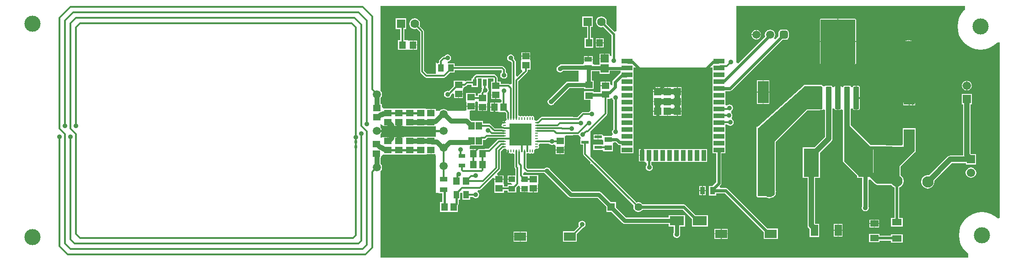
<source format=gtl>
G04*
G04 #@! TF.GenerationSoftware,Altium Limited,Altium Designer,23.3.1 (30)*
G04*
G04 Layer_Physical_Order=1*
G04 Layer_Color=255*
%FSLAX44Y44*%
%MOMM*%
G71*
G04*
G04 #@! TF.SameCoordinates,C1E6EB35-FD0D-487A-9AD2-E077E24BAF61*
G04*
G04*
G04 #@! TF.FilePolarity,Positive*
G04*
G01*
G75*
%ADD13C,0.4000*%
%ADD15R,4.1000X4.1000*%
%ADD16R,1.3000X1.0500*%
%ADD17R,2.1800X1.6000*%
%ADD18R,2.2000X1.6000*%
%ADD19O,0.6500X0.2000*%
%ADD20O,0.2000X0.6500*%
%ADD21R,1.2000X1.4500*%
%ADD22R,1.0000X1.3500*%
%ADD23R,1.4500X1.1500*%
%ADD24R,0.4500X0.4500*%
%ADD25R,0.5500X0.5500*%
%ADD26R,1.3500X0.9500*%
%ADD27R,1.3500X0.6000*%
%ADD28R,2.0000X0.9000*%
%ADD29R,1.1544X1.3562*%
%ADD30R,0.9000X2.0000*%
%ADD31R,1.8000X1.2000*%
%ADD32R,1.5000X1.2000*%
%ADD33R,2.6500X1.7500*%
%ADD34R,1.4000X2.1000*%
%ADD35R,2.8000X5.3000*%
G04:AMPARAMS|DCode=36|XSize=1mm|YSize=4.15mm|CornerRadius=0.05mm|HoleSize=0mm|Usage=FLASHONLY|Rotation=180.000|XOffset=0mm|YOffset=0mm|HoleType=Round|Shape=RoundedRectangle|*
%AMROUNDEDRECTD36*
21,1,1.0000,4.0500,0,0,180.0*
21,1,0.9000,4.1500,0,0,180.0*
1,1,0.1000,-0.4500,2.0250*
1,1,0.1000,0.4500,2.0250*
1,1,0.1000,0.4500,-2.0250*
1,1,0.1000,-0.4500,-2.0250*
%
%ADD36ROUNDEDRECTD36*%
%ADD37R,0.9500X1.4000*%
%ADD38R,1.4000X1.2000*%
%ADD39R,1.2000X1.4000*%
%ADD40R,1.4500X0.9500*%
G04:AMPARAMS|DCode=41|XSize=6.4mm|YSize=8.2mm|CornerRadius=0.064mm|HoleSize=0mm|Usage=FLASHONLY|Rotation=180.000|XOffset=0mm|YOffset=0mm|HoleType=Round|Shape=RoundedRectangle|*
%AMROUNDEDRECTD41*
21,1,6.4000,8.0720,0,0,180.0*
21,1,6.2720,8.2000,0,0,180.0*
1,1,0.1280,-3.1360,4.0360*
1,1,0.1280,3.1360,4.0360*
1,1,0.1280,3.1360,-4.0360*
1,1,0.1280,-3.1360,-4.0360*
%
%ADD41ROUNDEDRECTD41*%
%ADD42R,1.4500X1.2000*%
%ADD43R,1.0500X1.4500*%
%ADD44R,1.3300X1.3300*%
%ADD45R,1.2000X0.8000*%
%ADD46R,0.8000X1.2000*%
%ADD47R,1.4562X1.3046*%
%ADD48R,1.5500X1.5500*%
%ADD49R,1.3500X0.9500*%
%ADD50R,2.0000X4.1000*%
%ADD73C,1.6000*%
%ADD74R,1.6000X1.6000*%
%ADD76C,1.4500*%
%ADD79R,1.4500X1.4500*%
%ADD80C,1.5500*%
%ADD81R,1.5500X1.5500*%
%ADD85C,0.3000*%
%ADD86C,0.6000*%
%ADD87C,0.3560*%
%ADD88C,0.3556*%
%ADD89C,0.4500*%
%ADD90C,0.9000*%
%ADD91C,0.4064*%
%ADD92C,0.5000*%
%ADD93C,1.0000*%
%ADD94C,0.8000*%
%ADD95C,3.0000*%
%ADD96C,1.5000*%
%ADD97C,2.1000*%
G04:AMPARAMS|DCode=98|XSize=1.5mm|YSize=1.5mm|CornerRadius=0.375mm|HoleSize=0mm|Usage=FLASHONLY|Rotation=0.000|XOffset=0mm|YOffset=0mm|HoleType=Round|Shape=RoundedRectangle|*
%AMROUNDEDRECTD98*
21,1,1.5000,0.7500,0,0,0.0*
21,1,0.7500,1.5000,0,0,0.0*
1,1,0.7500,0.3750,-0.3750*
1,1,0.7500,-0.3750,-0.3750*
1,1,0.7500,-0.3750,0.3750*
1,1,0.7500,0.3750,0.3750*
%
%ADD98ROUNDEDRECTD98*%
%ADD99C,0.9070*%
%ADD100C,0.9065*%
%ADD101C,0.5000*%
G36*
X1135380Y438563D02*
X1131880Y437113D01*
X1116792Y452201D01*
X1117534Y455930D01*
X1116766Y459793D01*
X1114577Y463068D01*
X1111303Y465256D01*
X1107440Y466024D01*
X1103577Y465256D01*
X1100303Y463068D01*
X1098114Y459793D01*
X1097346Y455930D01*
X1098114Y452067D01*
X1100303Y448792D01*
X1103577Y446604D01*
X1107440Y445836D01*
X1111169Y446578D01*
X1126324Y431423D01*
Y392281D01*
X1126310Y392264D01*
X1123636Y393169D01*
X1122810Y393959D01*
Y396730D01*
X1114425D01*
Y387710D01*
X1113790D01*
Y387075D01*
X1104770D01*
Y378860D01*
X1104140D01*
Y376101D01*
X1094835D01*
X1091960Y377610D01*
X1091330Y379940D01*
X1091330D01*
X1091330Y379940D01*
Y385325D01*
X1083310D01*
X1075290D01*
Y379940D01*
X1075290D01*
X1073997Y376976D01*
X1033900D01*
X1031598Y376518D01*
X1029646Y375214D01*
X1028808Y374375D01*
X1028730Y374359D01*
X1026602Y372938D01*
X1025181Y370810D01*
X1024681Y368300D01*
X1025181Y365790D01*
X1026602Y363662D01*
X1028730Y362241D01*
X1031240Y361741D01*
X1033750Y362241D01*
X1035878Y363662D01*
X1036734Y364944D01*
X1065530D01*
Y344946D01*
X1046320D01*
X1044018Y344488D01*
X1042066Y343184D01*
X1012298Y313415D01*
X1012220Y313399D01*
X1010092Y311978D01*
X1008671Y309850D01*
X1008171Y307340D01*
X1008671Y304830D01*
X1010092Y302702D01*
X1012220Y301281D01*
X1014730Y300781D01*
X1017240Y301281D01*
X1019368Y302702D01*
X1020789Y304830D01*
X1020805Y304907D01*
X1048812Y332914D01*
X1075430D01*
Y331030D01*
X1093730D01*
Y346830D01*
X1089961D01*
Y364069D01*
X1104140D01*
Y359560D01*
X1123440D01*
Y364714D01*
X1143160D01*
Y360674D01*
X1142918Y360626D01*
X1141298Y359543D01*
X1129583Y347828D01*
X1128500Y346207D01*
X1128120Y344296D01*
Y338364D01*
X1127111Y337632D01*
X1123611Y339416D01*
Y344781D01*
X1115695D01*
Y336988D01*
X1115060D01*
Y336353D01*
X1106509D01*
Y329295D01*
X1105879D01*
Y324897D01*
X1093730D01*
Y326830D01*
X1075430D01*
Y311030D01*
X1087120D01*
Y290519D01*
X1085022Y289118D01*
X1084240Y287947D01*
X1074115D01*
X1072788Y287683D01*
X1071664Y286931D01*
X1063789Y279057D01*
X1055370D01*
Y279270D01*
X997790D01*
X997790Y279270D01*
X995188Y278192D01*
X995188Y278192D01*
X989376Y272380D01*
X988650D01*
X987343Y271839D01*
X986556D01*
X984690Y272990D01*
X983539Y274856D01*
Y278200D01*
X982619Y280420D01*
X980400Y281339D01*
X978180Y280420D01*
X977619Y280420D01*
X975400Y281339D01*
X973180Y280420D01*
X972619Y280420D01*
X970400Y281339D01*
X968180Y280420D01*
X967619Y280420D01*
X965400Y281339D01*
X963180Y280420D01*
X962619Y280420D01*
X960400Y281339D01*
X958180Y280420D01*
X957619Y280420D01*
X955400Y281339D01*
X953980Y282288D01*
Y345526D01*
X970342Y361888D01*
X970342Y361888D01*
X971420Y364490D01*
Y367140D01*
X976640D01*
Y381531D01*
X976640Y382940D01*
X976010Y386179D01*
Y391405D01*
X959470D01*
Y386179D01*
X958840Y382940D01*
X958840Y381531D01*
Y367140D01*
X960236D01*
X961685Y363640D01*
X952314Y354268D01*
X949080Y355608D01*
Y382199D01*
X948002Y384801D01*
X948002Y384801D01*
X945998Y386806D01*
X946359Y388620D01*
X945859Y391130D01*
X944438Y393258D01*
X942310Y394679D01*
X939800Y395179D01*
X937290Y394679D01*
X935162Y393258D01*
X933741Y391130D01*
X933241Y388620D01*
X933741Y386110D01*
X935162Y383982D01*
X937290Y382561D01*
X939800Y382061D01*
X941720Y379246D01*
Y340598D01*
X938486Y339258D01*
X938272Y339472D01*
X935670Y340550D01*
X935670Y340550D01*
X921320D01*
Y344770D01*
X915540D01*
Y351790D01*
X914462Y354392D01*
X914462Y354392D01*
X911922Y356932D01*
X909320Y358010D01*
X909320Y358010D01*
X876300D01*
X873698Y356932D01*
X873698Y356932D01*
X871158Y354392D01*
X870080Y351790D01*
X867750Y350800D01*
Y346580D01*
X858808D01*
X856206Y345502D01*
X852972Y346154D01*
X852220Y346466D01*
Y346600D01*
X834420D01*
Y336004D01*
X825659Y327243D01*
X825470Y327369D01*
X822960Y327869D01*
X820450Y327369D01*
X818322Y325948D01*
X816901Y323820D01*
X816401Y321310D01*
X816901Y318800D01*
X818322Y316672D01*
X820450Y315251D01*
X822960Y314751D01*
X825470Y315251D01*
X827598Y316672D01*
X829019Y318800D01*
X829366Y320541D01*
X831816Y322992D01*
X835050Y321652D01*
Y314430D01*
X842685D01*
Y321700D01*
X843320D01*
Y322335D01*
X851590D01*
Y328970D01*
X851590Y328970D01*
X851590D01*
X852220Y330800D01*
X853322Y333843D01*
X854608Y335020D01*
X857210Y336098D01*
X860333Y339220D01*
X867750D01*
Y335000D01*
X879550D01*
Y350650D01*
X885750D01*
Y335000D01*
X885750D01*
X886788Y331500D01*
X886748Y331441D01*
X886249Y328930D01*
X886474Y327799D01*
X885168Y326492D01*
X884090Y323890D01*
X880937Y322470D01*
X878870D01*
Y318250D01*
X875080D01*
Y323740D01*
X857280D01*
Y309349D01*
X857280Y307940D01*
X857910Y304701D01*
X857910Y299475D01*
X874450D01*
Y304701D01*
X874968Y307367D01*
X876036Y307969D01*
X878870Y306820D01*
Y306670D01*
X879500Y303431D01*
Y298205D01*
X896040D01*
Y303431D01*
X896670Y306670D01*
X896670Y308079D01*
Y322470D01*
X898159Y325353D01*
X898872Y326419D01*
X899371Y328930D01*
X898872Y331441D01*
X898554Y331916D01*
X897550Y335000D01*
X897550Y335000D01*
X897550D01*
X897550Y335000D01*
Y350650D01*
X907796D01*
X908180Y350266D01*
Y344770D01*
X903520D01*
Y330379D01*
X903520Y328970D01*
X903520D01*
X904150Y327140D01*
X904150Y327140D01*
Y320505D01*
X912420D01*
Y319870D01*
X913055D01*
Y312600D01*
X920690D01*
X923030Y310069D01*
Y308555D01*
X920555Y306080D01*
X918810D01*
X915571Y305450D01*
X910345D01*
Y297180D01*
Y288910D01*
X915571D01*
X918810Y288280D01*
X920219Y288280D01*
X929406D01*
X931720Y285966D01*
Y276950D01*
X932261Y275643D01*
Y274174D01*
X931575Y273062D01*
X929526Y271157D01*
X928785D01*
Y268700D01*
X928150D01*
Y268065D01*
X923706D01*
X924163Y266963D01*
X923721Y265937D01*
X923680Y265920D01*
X923181Y264714D01*
X922761Y263700D01*
X923680Y261480D01*
X923314Y259322D01*
X922359Y257680D01*
X910844D01*
X903032Y265492D01*
X900430Y266570D01*
X900430Y266570D01*
X888191D01*
Y271571D01*
X867548D01*
X863600Y275519D01*
Y288070D01*
X863600Y290830D01*
X866794Y291570D01*
X874450D01*
Y298205D01*
X857910D01*
Y291570D01*
X854716Y290830D01*
X822282D01*
X822117Y291077D01*
X819008Y293155D01*
X815340Y293884D01*
X811672Y293155D01*
X808563Y291077D01*
X808398Y290830D01*
X801370D01*
Y298570D01*
X800670Y293860D01*
X793035D01*
Y286590D01*
X791765D01*
Y293860D01*
X784130D01*
X784130Y293860D01*
X782250Y294490D01*
X782250Y294490D01*
X779391Y294490D01*
X764450D01*
Y294490D01*
X761970D01*
Y294490D01*
X744170D01*
Y294490D01*
X741690D01*
Y294490D01*
X723890D01*
Y294490D01*
X721410D01*
Y294490D01*
X703610D01*
X701340Y298550D01*
Y303460D01*
X698715D01*
Y314158D01*
X699007Y314353D01*
X701085Y317462D01*
X701814Y321130D01*
X701085Y324798D01*
X699007Y327907D01*
X698500Y328246D01*
Y483870D01*
X699026Y485140D01*
X1135380D01*
Y438563D01*
D02*
G37*
G36*
X1780540Y478100D02*
X1779524Y477266D01*
X1774208Y470788D01*
X1770258Y463398D01*
X1767825Y455379D01*
X1767004Y447040D01*
X1767825Y438701D01*
X1770258Y430682D01*
X1774208Y423292D01*
X1779524Y416814D01*
X1786002Y411498D01*
X1793392Y407548D01*
X1801411Y405116D01*
X1809750Y404294D01*
X1818089Y405116D01*
X1826108Y407548D01*
X1833498Y411498D01*
X1839976Y416814D01*
X1840810Y417830D01*
X1845310D01*
Y92028D01*
X1844255Y91231D01*
X1841810Y90495D01*
X1836038Y95232D01*
X1828648Y99182D01*
X1820629Y101615D01*
X1812290Y102436D01*
X1803951Y101615D01*
X1795932Y99182D01*
X1788542Y95232D01*
X1782064Y89916D01*
X1776748Y83438D01*
X1772798Y76048D01*
X1770365Y68029D01*
X1769544Y59690D01*
X1770365Y51351D01*
X1772798Y43332D01*
X1776748Y35942D01*
X1782064Y29464D01*
X1786890Y25504D01*
Y17780D01*
X698500D01*
Y178294D01*
X699007Y178633D01*
X701085Y181742D01*
X701814Y185410D01*
X701085Y189078D01*
X699007Y192187D01*
X698755Y192355D01*
Y203270D01*
X700110D01*
Y206150D01*
X703610Y209700D01*
X721410D01*
Y209700D01*
X723890D01*
Y209700D01*
X741690D01*
Y209700D01*
X744170D01*
Y209700D01*
X761970D01*
Y209700D01*
X764450D01*
Y209700D01*
X779391D01*
X782250Y209700D01*
X786989Y210330D01*
X791765D01*
Y217600D01*
X793035D01*
Y210330D01*
X796370D01*
X800670Y210330D01*
X801370Y205620D01*
Y138430D01*
X806190D01*
Y137310D01*
X812769D01*
Y120820D01*
X809100D01*
Y103020D01*
X824900D01*
Y103020D01*
X826100D01*
Y103020D01*
X841900D01*
Y114836D01*
X842062Y114998D01*
X842979Y116371D01*
X843301Y117990D01*
Y125590D01*
X846220D01*
Y138430D01*
X850420D01*
Y125590D01*
X864720D01*
Y130940D01*
X869753D01*
X870392Y129982D01*
X872520Y128561D01*
X875030Y128061D01*
X877540Y128561D01*
X879668Y129982D01*
X881089Y132110D01*
X881589Y134620D01*
X881089Y137130D01*
X879668Y139258D01*
X878347Y140140D01*
X879231Y143640D01*
X882650D01*
X882650Y143640D01*
X885252Y144718D01*
X906867Y166332D01*
X910100Y164993D01*
Y164035D01*
X917735D01*
Y170670D01*
X915777D01*
X914438Y173904D01*
X920812Y180278D01*
X921890Y182880D01*
X921890Y182880D01*
Y215486D01*
X926424Y220020D01*
X927150D01*
X928457Y220561D01*
X929925D01*
X931038Y219875D01*
X932943Y217826D01*
Y217085D01*
X935400D01*
Y216450D01*
X936035D01*
Y211797D01*
X938180Y211980D01*
X940400Y211061D01*
X940400Y211061D01*
X942900Y211888D01*
X945400Y211061D01*
X946720Y210179D01*
Y186751D01*
X946720Y186751D01*
X947798Y184149D01*
X948490Y183456D01*
Y170210D01*
X942905D01*
Y163690D01*
X942270D01*
Y163055D01*
X934500D01*
Y157170D01*
X940493D01*
X942364Y153670D01*
X942144Y153340D01*
X933870D01*
Y150080D01*
X927270D01*
Y152891D01*
X927270Y154300D01*
X927270Y154300D01*
X926640Y156130D01*
X926640Y156130D01*
Y162765D01*
X910100D01*
Y156130D01*
X910100Y156130D01*
X909470Y154300D01*
X909470Y154300D01*
X909470Y152891D01*
Y138500D01*
X927270D01*
Y142720D01*
X933870D01*
Y139040D01*
X950670D01*
Y148135D01*
X954000Y151466D01*
X957500Y150373D01*
Y146825D01*
X965270D01*
Y146190D01*
X965905D01*
Y139670D01*
X970324D01*
X973600Y139130D01*
X976316Y139130D01*
X981235D01*
Y146400D01*
X981870D01*
Y147035D01*
X990140D01*
Y152261D01*
X990770Y155500D01*
X990770Y156909D01*
Y171300D01*
X972970D01*
Y170840D01*
X963060D01*
X962872Y171292D01*
X962872Y171292D01*
X962680Y171484D01*
Y174531D01*
X966036Y176863D01*
X967678Y176468D01*
Y176468D01*
X967678Y176468D01*
X970280Y175390D01*
X970731Y175390D01*
X1001833D01*
X1002472Y174432D01*
X1004600Y173011D01*
X1004678Y172995D01*
X1046815Y130858D01*
X1048766Y129554D01*
X1051068Y129096D01*
X1100177D01*
X1116870Y112403D01*
Y102610D01*
X1126663D01*
X1147166Y82106D01*
X1149118Y80802D01*
X1151420Y80344D01*
X1232080D01*
Y75710D01*
X1241214D01*
Y63670D01*
X1241081Y63470D01*
X1240581Y60960D01*
X1241081Y58450D01*
X1242502Y56322D01*
X1244630Y54901D01*
X1247140Y54401D01*
X1249650Y54901D01*
X1251778Y56322D01*
X1253199Y58450D01*
X1253699Y60960D01*
X1253246Y63238D01*
Y75710D01*
X1262380D01*
Y97010D01*
X1232080D01*
Y92376D01*
X1153912D01*
X1135170Y111117D01*
Y120910D01*
X1125377D01*
X1106922Y139365D01*
X1104970Y140669D01*
X1102668Y141127D01*
X1053560D01*
X1013185Y181502D01*
X1013169Y181580D01*
X1011748Y183708D01*
X1009620Y185129D01*
X1007110Y185629D01*
X1004600Y185129D01*
X1002472Y183708D01*
X1001833Y182750D01*
X971804D01*
X969080Y185474D01*
Y210861D01*
X969930Y211429D01*
X973180Y211980D01*
X975400Y211061D01*
X975400Y211061D01*
X977900Y211888D01*
X980400Y211061D01*
X980400Y211061D01*
X982620Y211980D01*
X983034Y212980D01*
X983539Y214200D01*
Y217544D01*
X984690Y219410D01*
X986556Y220561D01*
X989900D01*
X992120Y221480D01*
X993039Y223700D01*
X992120Y225919D01*
X992120Y226481D01*
X993039Y228700D01*
X993914Y230010D01*
X1010716D01*
X1011362Y229042D01*
X1013490Y227621D01*
X1016000Y227121D01*
X1018510Y227621D01*
X1018840Y227841D01*
X1022340Y226660D01*
X1022970Y223421D01*
Y218195D01*
X1039510D01*
Y223421D01*
X1040140Y226660D01*
X1040140Y228069D01*
Y242460D01*
X1041927Y245220D01*
X1055370D01*
Y245433D01*
X1064452D01*
X1067034Y243904D01*
X1067786Y242829D01*
X1068512Y241742D01*
X1069908Y240810D01*
X1069201Y237310D01*
X1069010D01*
Y227510D01*
X1074193D01*
Y210120D01*
X1074457Y208793D01*
X1075209Y207669D01*
X1087120Y195758D01*
Y190882D01*
X1090353Y192222D01*
X1167375Y115200D01*
X1166691Y111760D01*
X1167401Y108190D01*
X1169423Y105163D01*
X1172450Y103141D01*
X1176020Y102431D01*
X1179590Y103141D01*
X1182617Y105163D01*
X1183686Y106764D01*
X1258261D01*
X1275080Y89945D01*
Y75710D01*
X1305380D01*
Y97010D01*
X1282145D01*
X1263863Y115293D01*
X1262242Y116376D01*
X1260330Y116756D01*
X1183686D01*
X1182617Y118357D01*
X1179590Y120379D01*
X1176020Y121089D01*
X1172580Y120405D01*
X1087120Y205865D01*
Y252300D01*
X1117662Y282843D01*
X1117662Y282843D01*
X1118740Y285445D01*
X1118740Y285445D01*
Y312449D01*
X1124241D01*
Y313662D01*
X1127741Y314007D01*
X1128051Y312450D01*
X1129472Y310322D01*
X1130134Y309881D01*
Y256539D01*
X1129472Y256098D01*
X1128051Y253970D01*
X1127551Y251460D01*
X1128051Y248950D01*
X1128858Y247742D01*
X1127632Y244671D01*
X1127289Y244270D01*
X1112389Y244270D01*
X1109680Y246180D01*
X1108781Y246180D01*
X1102295D01*
Y241910D01*
Y237640D01*
X1107990D01*
X1109680Y237640D01*
X1111490Y234890D01*
X1111490Y228770D01*
X1110310Y227810D01*
X1093010D01*
Y218010D01*
X1110310D01*
X1111490Y215470D01*
X1128790D01*
Y227470D01*
X1128790Y230149D01*
X1130597Y231956D01*
X1134488D01*
X1137967Y228477D01*
X1139588Y227394D01*
X1141500Y227014D01*
X1143160D01*
Y211410D01*
X1166960D01*
Y224110D01*
Y236810D01*
Y249510D01*
Y262210D01*
Y274910D01*
Y287610D01*
Y300310D01*
Y313010D01*
Y325710D01*
Y338410D01*
Y351110D01*
Y363810D01*
Y370840D01*
X1313160D01*
Y363810D01*
Y351110D01*
Y338410D01*
Y325710D01*
Y313010D01*
Y300310D01*
Y287610D01*
Y274910D01*
Y262210D01*
Y249510D01*
Y236810D01*
Y224110D01*
Y211410D01*
X1320064D01*
Y158079D01*
X1313125Y151140D01*
X1306890D01*
Y133340D01*
X1320190D01*
Y137244D01*
X1336281D01*
X1408460Y65065D01*
Y52330D01*
X1434260D01*
Y72130D01*
X1415525D01*
X1341883Y145773D01*
X1340262Y146856D01*
X1338350Y147236D01*
X1327924D01*
X1326585Y150470D01*
X1328593Y152477D01*
X1329676Y154098D01*
X1330056Y156010D01*
Y211410D01*
X1336960D01*
Y224110D01*
Y236810D01*
Y249510D01*
Y262210D01*
Y265560D01*
X1340923D01*
X1341562Y264602D01*
X1343690Y263181D01*
X1346200Y262681D01*
X1348710Y263181D01*
X1350838Y264602D01*
X1352259Y266730D01*
X1352759Y269240D01*
X1352259Y271750D01*
X1350838Y273878D01*
X1350155Y274334D01*
X1348883Y276367D01*
X1349270Y278757D01*
X1349719Y279430D01*
X1350219Y281940D01*
X1349719Y284450D01*
X1348298Y286578D01*
X1348171Y287063D01*
X1348570Y290605D01*
X1349568Y291272D01*
X1350989Y293400D01*
X1351489Y295910D01*
X1350989Y298420D01*
X1349568Y300548D01*
X1347440Y301969D01*
X1344930Y302469D01*
X1342420Y301969D01*
X1340460Y300660D01*
X1339512Y300855D01*
X1336960Y301860D01*
Y313010D01*
Y327114D01*
X1345570D01*
X1347482Y327494D01*
X1349103Y328577D01*
X1442815Y422289D01*
X1449010D01*
X1451214Y422728D01*
X1453083Y423977D01*
X1454332Y425845D01*
X1454771Y428050D01*
Y435550D01*
X1454332Y437755D01*
X1453083Y439623D01*
X1451214Y440872D01*
X1449010Y441311D01*
X1441510D01*
X1439306Y440872D01*
X1437437Y439623D01*
X1436188Y437755D01*
X1435749Y435550D01*
Y429355D01*
X1429696Y423302D01*
X1426978Y425533D01*
X1428715Y428132D01*
X1429444Y431800D01*
X1428715Y435468D01*
X1426637Y438577D01*
X1423528Y440655D01*
X1419860Y441384D01*
X1416192Y440655D01*
X1413083Y438577D01*
X1411005Y435468D01*
X1410276Y431800D01*
X1410846Y428932D01*
X1360863Y378949D01*
X1357630Y380289D01*
Y485140D01*
X1780540D01*
Y478100D01*
D02*
G37*
G36*
X733425Y262320D02*
X739431D01*
X744170Y261690D01*
X745799Y261690D01*
X761970D01*
Y261690D01*
X764450D01*
Y261690D01*
X782250D01*
Y261690D01*
X783500Y261690D01*
Y261690D01*
X801300D01*
X801370Y256719D01*
Y247471D01*
X801300Y242500D01*
X783500D01*
Y242500D01*
X782250Y242500D01*
Y242500D01*
X764450D01*
Y242500D01*
X761970D01*
Y242500D01*
X745799D01*
X744170Y242500D01*
X739431Y241870D01*
X733425D01*
Y234600D01*
X732155D01*
Y241870D01*
X725780D01*
X724520Y241870D01*
X720780D01*
X719520Y241870D01*
X713145D01*
Y234600D01*
X711875D01*
Y241870D01*
X704240D01*
Y241870D01*
X699240Y240407D01*
X698500Y240861D01*
Y246885D01*
X698593Y246947D01*
X700531Y249848D01*
X701086Y252635D01*
X692270D01*
Y253905D01*
X701086D01*
X700531Y256692D01*
X698593Y259593D01*
X698500Y259655D01*
Y266140D01*
X699240Y266390D01*
X704240Y262803D01*
Y262320D01*
X711875D01*
Y269590D01*
X713145D01*
Y262320D01*
X719520D01*
X720780Y262320D01*
X724520D01*
X725780Y262320D01*
X732155D01*
Y269590D01*
X733425D01*
Y262320D01*
D02*
G37*
G36*
X915963Y236660D02*
X915245Y236362D01*
X898883Y220000D01*
X891840D01*
X891840Y220000D01*
X891164Y219720D01*
X880849D01*
X879440Y219720D01*
X879440Y219720D01*
X877610Y219090D01*
X877610Y219090D01*
X870975D01*
Y210820D01*
X869705D01*
Y219090D01*
X863600D01*
Y222571D01*
X864461Y225885D01*
X866394Y226269D01*
X888191D01*
Y236551D01*
X891741D01*
X891741Y236551D01*
X894343Y237629D01*
X896874Y240160D01*
X915267D01*
X915963Y236660D01*
D02*
G37*
%LPC*%
G36*
X1112010Y425080D02*
X1105375D01*
Y417195D01*
X1112010D01*
Y425080D01*
D02*
G37*
G36*
X1104105D02*
X1097470D01*
Y417195D01*
X1104105D01*
Y425080D01*
D02*
G37*
G36*
X759935Y421270D02*
Y413385D01*
X766570D01*
Y421270D01*
X759935D01*
D02*
G37*
G36*
X1112010Y415925D02*
X1105375D01*
Y408040D01*
X1112010D01*
Y415925D01*
D02*
G37*
G36*
X1104105D02*
X1097470D01*
Y408040D01*
X1104105D01*
Y415925D01*
D02*
G37*
G36*
X1091940Y465830D02*
X1072140D01*
Y446030D01*
X1081273D01*
Y425710D01*
X1076840D01*
Y407410D01*
X1092640D01*
Y425710D01*
X1088420D01*
Y446030D01*
X1091940D01*
Y465830D01*
D02*
G37*
G36*
X766570Y412115D02*
X759935D01*
Y404230D01*
X766570D01*
Y412115D01*
D02*
G37*
G36*
X746500Y462020D02*
X726700D01*
Y442220D01*
X735620D01*
Y421900D01*
X731400D01*
Y403600D01*
X747200D01*
Y403820D01*
X752030Y404230D01*
X752200Y404230D01*
X758665D01*
Y412750D01*
Y421270D01*
X752200D01*
X752030Y421270D01*
X747200Y421680D01*
Y421900D01*
X742980D01*
Y442220D01*
X746500D01*
Y462020D01*
D02*
G37*
G36*
X976010Y399310D02*
X968375D01*
Y392675D01*
X976010D01*
Y399310D01*
D02*
G37*
G36*
X967105D02*
X959470D01*
Y392675D01*
X967105D01*
Y399310D01*
D02*
G37*
G36*
X1113155Y396730D02*
X1104770D01*
Y388345D01*
X1113155D01*
Y396730D01*
D02*
G37*
G36*
X1091330Y391980D02*
X1083945D01*
Y386595D01*
X1091330D01*
Y391980D01*
D02*
G37*
G36*
X1082675D02*
X1075290D01*
Y386595D01*
X1082675D01*
Y391980D01*
D02*
G37*
G36*
X762000Y462214D02*
X758137Y461446D01*
X754863Y459258D01*
X752674Y455983D01*
X751906Y452120D01*
X752674Y448257D01*
X754863Y444982D01*
X758137Y442794D01*
X762000Y442026D01*
X765863Y442794D01*
X766018Y442898D01*
X772290Y436626D01*
Y363220D01*
X772290Y363220D01*
X773368Y360618D01*
X780988Y352998D01*
X783590Y351920D01*
X783590Y351920D01*
X816350D01*
X816350Y351920D01*
X818952Y352998D01*
X827305Y361350D01*
X835900D01*
Y366320D01*
X922606D01*
X923420Y365506D01*
Y362150D01*
X922461Y361509D01*
X921038Y359381D01*
X920539Y356870D01*
X921038Y354359D01*
X922461Y352231D01*
X924589Y350808D01*
X927100Y350309D01*
X929611Y350808D01*
X931739Y352231D01*
X933162Y354359D01*
X933661Y356870D01*
X933162Y359381D01*
X931739Y361509D01*
X930780Y362150D01*
Y367030D01*
X930780Y367030D01*
X929702Y369632D01*
X929702Y369632D01*
X926732Y372602D01*
X924130Y373680D01*
X924130Y373680D01*
X835900D01*
Y378650D01*
X823750D01*
X823406Y382150D01*
X825470Y382561D01*
X827598Y383982D01*
X829019Y386110D01*
X829519Y388620D01*
X829019Y391130D01*
X827598Y393258D01*
X825470Y394679D01*
X822960Y395179D01*
X820450Y394679D01*
X818322Y393258D01*
X817043Y391343D01*
X815653D01*
X813051Y390266D01*
X813051Y390266D01*
X808398Y385612D01*
X807320Y383010D01*
X807320Y383010D01*
Y379636D01*
X804216Y378931D01*
X801370Y381068D01*
Y359280D01*
X785114D01*
X779650Y364744D01*
Y438150D01*
X778572Y440752D01*
X778572Y440752D01*
X771222Y448102D01*
X771326Y448257D01*
X772094Y452120D01*
X771326Y455983D01*
X769137Y459258D01*
X765863Y461446D01*
X762000Y462214D01*
D02*
G37*
G36*
X1114425Y344781D02*
X1106509D01*
Y337623D01*
X1114425D01*
Y344781D01*
D02*
G37*
G36*
X851590Y321065D02*
X843955D01*
Y314430D01*
X851590D01*
Y321065D01*
D02*
G37*
G36*
X911785Y319235D02*
X904150D01*
Y312600D01*
X911785D01*
Y319235D01*
D02*
G37*
G36*
X909075Y305450D02*
X902440D01*
Y297815D01*
X909075D01*
Y305450D01*
D02*
G37*
G36*
X896040Y296935D02*
X888405D01*
Y290300D01*
X896040D01*
Y296935D01*
D02*
G37*
G36*
X887135D02*
X879500D01*
Y290300D01*
X887135D01*
Y296935D01*
D02*
G37*
G36*
X909075Y296545D02*
X902440D01*
Y288910D01*
X909075D01*
Y296545D01*
D02*
G37*
G36*
X927515Y271157D02*
X925900D01*
X924163Y270437D01*
X923706Y269335D01*
X927515D01*
Y271157D01*
D02*
G37*
G36*
X1395095Y440616D02*
Y432435D01*
X1403275D01*
X1402721Y435222D01*
X1400783Y438123D01*
X1397882Y440061D01*
X1395095Y440616D01*
D02*
G37*
G36*
X1393825D02*
X1391038Y440061D01*
X1388137Y438123D01*
X1386199Y435222D01*
X1385645Y432435D01*
X1393825D01*
Y440616D01*
D02*
G37*
G36*
X1403275Y431165D02*
X1395095D01*
Y422985D01*
X1397882Y423539D01*
X1400783Y425477D01*
X1402721Y428378D01*
X1403275Y431165D01*
D02*
G37*
G36*
X1393825D02*
X1385645D01*
X1386199Y428378D01*
X1388137Y425477D01*
X1391038Y423539D01*
X1393825Y422985D01*
Y431165D01*
D02*
G37*
G36*
X1677035Y422084D02*
Y420370D01*
X1682380D01*
X1680992Y421297D01*
X1677035Y422084D01*
D02*
G37*
G36*
X1675765D02*
X1671808Y421297D01*
X1670420Y420370D01*
X1675765D01*
Y422084D01*
D02*
G37*
G36*
X1576950Y461617D02*
X1546225D01*
Y447040D01*
X1576070D01*
X1577340Y448310D01*
Y419825D01*
X1579017D01*
Y459550D01*
X1578412Y461012D01*
X1576950Y461617D01*
D02*
G37*
G36*
X1544955D02*
X1514230D01*
X1512768Y461012D01*
X1512163Y459550D01*
Y419825D01*
X1513840D01*
Y447040D01*
X1544955D01*
Y461617D01*
D02*
G37*
G36*
X1513840Y418555D02*
X1512163D01*
Y378830D01*
X1512762Y377382D01*
X1513840Y378460D01*
Y418555D01*
D02*
G37*
G36*
X1579017D02*
X1577340D01*
Y378460D01*
X1575892Y376763D01*
X1576950D01*
X1578412Y377368D01*
X1579017Y378830D01*
Y418555D01*
D02*
G37*
G36*
X1784985Y346490D02*
Y338055D01*
X1793420D01*
X1792847Y340939D01*
X1790853Y343923D01*
X1787869Y345917D01*
X1784985Y346490D01*
D02*
G37*
G36*
X1783715D02*
X1780831Y345917D01*
X1777847Y343923D01*
X1775853Y340939D01*
X1775280Y338055D01*
X1783715D01*
Y346490D01*
D02*
G37*
G36*
X1567090Y337538D02*
X1558090D01*
X1556253Y336777D01*
X1555739Y335536D01*
X1555566Y335464D01*
X1555337Y334911D01*
X1554176Y334921D01*
X1552633Y335146D01*
X1551783Y335478D01*
X1551445Y336295D01*
X1550090Y336856D01*
X1546225D01*
Y314690D01*
Y292524D01*
X1550090D01*
X1551445Y293085D01*
X1551463Y293131D01*
X1554964Y292434D01*
Y196850D01*
X1554963Y196850D01*
X1555566Y195396D01*
X1581460Y169502D01*
Y165910D01*
X1590374D01*
Y113066D01*
X1590331Y113000D01*
X1589831Y110490D01*
X1590331Y107980D01*
X1591752Y105852D01*
X1593880Y104431D01*
X1596390Y103931D01*
X1598900Y104431D01*
X1601028Y105852D01*
X1602449Y107980D01*
X1602949Y110490D01*
X1602449Y113000D01*
X1602406Y113066D01*
Y161865D01*
X1605906Y163315D01*
X1614175Y155045D01*
X1616458Y153520D01*
X1619150Y152985D01*
X1644597D01*
X1645870Y151080D01*
X1649972Y148340D01*
X1650324Y148269D01*
Y91480D01*
X1643910D01*
Y75680D01*
X1665710D01*
Y91480D01*
X1659296D01*
Y148269D01*
X1659648Y148340D01*
X1663750Y151080D01*
X1666490Y155182D01*
X1667453Y160020D01*
X1666490Y164858D01*
X1663750Y168960D01*
X1661947Y170165D01*
Y187108D01*
X1688338Y213500D01*
X1689570D01*
X1689887Y215900D01*
X1689887Y215900D01*
X1689886Y216869D01*
Y223520D01*
X1689591Y224233D01*
X1689570Y224286D01*
Y258300D01*
X1665770D01*
Y228410D01*
X1663276Y225954D01*
X1606145Y226833D01*
X1569625Y263353D01*
Y294289D01*
X1569688Y294440D01*
X1573174D01*
X1573735Y293085D01*
X1575090Y292524D01*
X1578955D01*
Y314690D01*
Y336856D01*
X1575090D01*
X1573735Y336295D01*
X1573174Y334940D01*
X1569688D01*
X1568927Y336777D01*
X1567090Y337538D01*
D02*
G37*
G36*
X1240490Y334180D02*
X1237980D01*
X1236990Y334180D01*
X1230695D01*
Y326260D01*
X1229425D01*
Y334180D01*
X1223130D01*
X1222140Y334180D01*
X1219630D01*
X1218640Y334180D01*
X1212345D01*
Y326260D01*
X1211710D01*
Y325625D01*
X1203790D01*
Y319330D01*
X1203790Y318340D01*
Y315830D01*
X1203790Y314840D01*
Y308545D01*
X1211710D01*
Y307275D01*
X1203790D01*
Y300980D01*
X1203790Y299990D01*
Y297480D01*
X1203790Y296490D01*
Y290195D01*
X1211710D01*
Y289560D01*
X1212345D01*
Y281640D01*
X1218640D01*
X1219630Y281640D01*
X1222140D01*
X1223130Y281640D01*
X1229425D01*
Y289560D01*
X1230695D01*
Y281640D01*
X1236990D01*
X1237980Y281640D01*
X1240490D01*
X1241480Y281640D01*
X1247775D01*
Y289560D01*
X1248410D01*
Y290195D01*
X1256330D01*
Y296490D01*
X1256330Y297480D01*
Y299990D01*
X1256330Y300980D01*
Y307275D01*
X1248410D01*
Y308545D01*
X1256330D01*
Y314840D01*
X1256330Y315830D01*
Y318340D01*
X1256330Y319330D01*
Y325625D01*
X1248410D01*
Y326260D01*
X1247775D01*
Y334180D01*
X1241480D01*
X1240490Y334180D01*
D02*
G37*
G36*
X1793420Y336785D02*
X1784985D01*
Y328350D01*
X1787869Y328923D01*
X1790853Y330917D01*
X1792847Y333901D01*
X1793420Y336785D01*
D02*
G37*
G36*
X1783715D02*
X1775280D01*
X1775853Y333901D01*
X1777847Y330917D01*
X1780831Y328923D01*
X1783715Y328350D01*
Y336785D01*
D02*
G37*
G36*
X1249045Y334180D02*
Y326895D01*
X1256330D01*
Y334180D01*
X1249045D01*
D02*
G37*
G36*
X1211075D02*
X1203790D01*
Y326895D01*
X1211075D01*
Y334180D01*
D02*
G37*
G36*
X1418430Y347210D02*
X1407795D01*
Y326075D01*
X1418430D01*
Y347210D01*
D02*
G37*
G36*
X1406525D02*
X1395890D01*
Y326075D01*
X1406525D01*
Y347210D01*
D02*
G37*
G36*
X1584090Y336856D02*
X1580225D01*
Y315325D01*
X1586006D01*
Y334940D01*
X1585445Y336295D01*
X1584090Y336856D01*
D02*
G37*
G36*
X1418430Y324805D02*
X1407795D01*
Y303670D01*
X1418430D01*
Y324805D01*
D02*
G37*
G36*
X1406525D02*
X1395890D01*
Y303670D01*
X1406525D01*
Y324805D01*
D02*
G37*
G36*
X1688940Y305910D02*
X1684160Y301130D01*
X1688940D01*
Y305910D01*
D02*
G37*
G36*
X1678940Y306070D02*
X1678305D01*
Y301130D01*
X1683880D01*
X1678940Y306070D01*
D02*
G37*
G36*
X1677035D02*
X1666400D01*
Y301130D01*
X1677035D01*
Y306070D01*
D02*
G37*
G36*
X1586006Y314055D02*
X1580225D01*
Y292524D01*
X1584090D01*
X1585445Y293085D01*
X1586006Y294440D01*
Y314055D01*
D02*
G37*
G36*
X1483360Y338607D02*
X1481906Y338004D01*
X1474322Y330421D01*
X1399378Y262729D01*
X1396661Y260840D01*
X1395260Y260840D01*
X1394946Y257914D01*
X1394953Y257896D01*
X1394943Y257810D01*
X1394944Y257471D01*
Y219710D01*
Y132080D01*
X1395546Y130626D01*
X1397000Y130023D01*
X1412653D01*
X1413752Y129290D01*
X1418590Y128327D01*
X1423428Y129290D01*
X1424527Y130023D01*
X1424940D01*
X1424940Y130023D01*
X1426394Y130626D01*
X1430204Y134436D01*
X1430807Y135890D01*
X1430806Y135890D01*
Y138826D01*
X1431233Y140970D01*
X1430806Y143114D01*
Y232828D01*
X1489292Y291313D01*
X1511300D01*
X1512577Y291842D01*
X1516090D01*
X1517927Y292603D01*
X1518055Y292912D01*
X1521555Y292216D01*
Y241954D01*
X1502311Y222710D01*
X1480460D01*
Y165910D01*
X1489325D01*
Y77720D01*
X1489860Y75028D01*
X1491385Y72745D01*
X1493100Y71031D01*
Y56180D01*
X1510900D01*
Y80980D01*
X1503395D01*
Y165910D01*
X1512260D01*
Y212761D01*
X1533565Y234065D01*
X1535090Y236348D01*
X1535625Y239040D01*
Y294289D01*
X1535688Y294440D01*
X1539174D01*
X1539735Y293085D01*
X1541090Y292524D01*
X1544955D01*
Y314690D01*
Y336856D01*
X1541854D01*
X1540510Y335280D01*
Y336616D01*
X1539735Y336295D01*
X1539174Y334940D01*
X1535688D01*
X1534927Y336777D01*
X1533090Y337538D01*
X1524090D01*
X1522253Y336777D01*
X1521921Y335976D01*
X1518259D01*
X1517927Y336777D01*
X1516896Y337204D01*
X1516564Y338004D01*
X1515110Y338606D01*
X1483360D01*
X1483360Y338607D01*
D02*
G37*
G36*
X1256330Y288925D02*
X1249045D01*
Y281640D01*
X1256330D01*
Y288925D01*
D02*
G37*
G36*
X1211075D02*
X1203790D01*
Y281640D01*
X1211075D01*
Y288925D01*
D02*
G37*
G36*
X1101025Y246180D02*
X1093640D01*
Y242545D01*
X1101025D01*
Y246180D01*
D02*
G37*
G36*
Y241275D02*
X1093640D01*
Y237640D01*
X1101025D01*
Y241275D01*
D02*
G37*
G36*
X934765Y215815D02*
X932943D01*
Y214200D01*
X933663Y212463D01*
X934765Y212006D01*
Y215815D01*
D02*
G37*
G36*
X1039510Y216925D02*
X1031875D01*
Y210290D01*
X1039510D01*
Y216925D01*
D02*
G37*
G36*
X1030605D02*
X1022970D01*
Y210290D01*
X1030605D01*
Y216925D01*
D02*
G37*
G36*
X1182275Y219080D02*
X1177140D01*
Y208445D01*
X1182275D01*
Y219080D01*
D02*
G37*
G36*
Y207175D02*
X1177140D01*
Y196540D01*
X1182275D01*
Y207175D01*
D02*
G37*
G36*
X1794000Y322070D02*
X1774700D01*
Y302770D01*
X1777315D01*
Y208280D01*
X1776835Y207695D01*
X1753870D01*
X1751178Y207160D01*
X1748895Y205635D01*
X1714207Y170946D01*
X1711960Y171393D01*
X1707122Y170431D01*
X1703020Y167690D01*
X1700280Y163588D01*
X1699317Y158750D01*
X1700280Y153912D01*
X1703020Y149810D01*
X1707122Y147070D01*
X1711960Y146107D01*
X1716798Y147070D01*
X1720900Y149810D01*
X1723640Y153912D01*
X1724603Y158750D01*
X1724156Y160997D01*
X1756784Y193625D01*
X1782320D01*
Y191010D01*
X1801620D01*
Y210310D01*
X1792269D01*
X1791385Y211194D01*
Y302770D01*
X1794000D01*
Y322070D01*
D02*
G37*
G36*
X1189210Y219710D02*
X1185971Y219080D01*
X1183545D01*
Y207810D01*
Y196540D01*
X1185971D01*
X1189210Y195910D01*
X1189524D01*
X1191901Y193533D01*
X1191702Y190058D01*
X1191702Y190058D01*
X1190281Y187930D01*
X1189781Y185420D01*
X1190281Y182910D01*
X1191702Y180782D01*
X1193830Y179361D01*
X1196340Y178861D01*
X1198850Y179361D01*
X1200978Y180782D01*
X1202399Y182910D01*
X1202899Y185420D01*
X1202399Y187930D01*
X1200978Y190058D01*
X1199951Y190743D01*
Y195910D01*
X1303610D01*
Y219710D01*
X1191919D01*
X1189846Y219710D01*
X1189210D01*
D02*
G37*
G36*
X1791970Y185499D02*
X1788205Y184750D01*
X1785013Y182617D01*
X1782880Y179425D01*
X1782131Y175660D01*
X1782880Y171895D01*
X1785013Y168703D01*
X1788205Y166570D01*
X1791970Y165821D01*
X1795735Y166570D01*
X1798927Y168703D01*
X1801060Y171895D01*
X1801809Y175660D01*
X1801060Y179425D01*
X1798927Y182617D01*
X1795735Y184750D01*
X1791970Y185499D01*
D02*
G37*
G36*
X941635Y170210D02*
X934500D01*
Y164325D01*
X941635D01*
Y170210D01*
D02*
G37*
G36*
X926640Y170670D02*
X919005D01*
Y164035D01*
X926640D01*
Y170670D01*
D02*
G37*
G36*
X1301060Y150510D02*
X1295675D01*
Y142875D01*
X1301060D01*
Y150510D01*
D02*
G37*
G36*
X1294405D02*
X1289020D01*
Y142875D01*
X1294405D01*
Y150510D01*
D02*
G37*
G36*
X964635Y145555D02*
X957500D01*
Y139670D01*
X964635D01*
Y145555D01*
D02*
G37*
G36*
X990140Y145765D02*
X982505D01*
Y139130D01*
X990140D01*
Y145765D01*
D02*
G37*
G36*
X1301060Y141605D02*
X1295675D01*
Y133970D01*
X1301060D01*
Y141605D01*
D02*
G37*
G36*
X1294405D02*
X1289020D01*
Y133970D01*
X1294405D01*
Y141605D01*
D02*
G37*
G36*
X1621670Y88550D02*
X1613535D01*
Y81915D01*
X1621670D01*
Y88550D01*
D02*
G37*
G36*
X1612265D02*
X1604130D01*
Y81915D01*
X1612265D01*
Y88550D01*
D02*
G37*
G36*
X1621670Y80645D02*
X1613535D01*
Y74010D01*
X1621670D01*
Y80645D01*
D02*
G37*
G36*
X1612265D02*
X1604130D01*
Y74010D01*
X1612265D01*
Y80645D01*
D02*
G37*
G36*
X1554270Y80350D02*
X1546635D01*
Y69215D01*
X1554270D01*
Y80350D01*
D02*
G37*
G36*
X1545365D02*
X1537730D01*
Y69215D01*
X1545365D01*
Y80350D01*
D02*
G37*
G36*
X1071880Y86569D02*
X1069370Y86069D01*
X1067242Y84648D01*
X1065821Y82520D01*
X1065321Y80010D01*
X1065821Y77500D01*
X1066572Y76375D01*
X1058870Y68672D01*
X1058656Y68761D01*
X1056945Y67050D01*
X1036350D01*
Y47250D01*
X1062150D01*
Y62147D01*
X1073375Y73372D01*
X1073665Y73806D01*
X1074390Y73951D01*
X1076518Y75372D01*
X1077939Y77500D01*
X1078439Y80010D01*
X1077939Y82520D01*
X1076518Y84648D01*
X1074390Y86069D01*
X1071880Y86569D01*
D02*
G37*
G36*
X1341630Y71500D02*
X1330095D01*
Y62865D01*
X1341630D01*
Y71500D01*
D02*
G37*
G36*
X1328825D02*
X1317290D01*
Y62865D01*
X1328825D01*
Y71500D01*
D02*
G37*
G36*
X969520Y66420D02*
X957985D01*
Y57785D01*
X969520D01*
Y66420D01*
D02*
G37*
G36*
X956715D02*
X945180D01*
Y57785D01*
X956715D01*
Y66420D01*
D02*
G37*
G36*
X1554270Y67945D02*
X1546635D01*
Y56810D01*
X1554270D01*
Y67945D01*
D02*
G37*
G36*
X1545365D02*
X1537730D01*
Y56810D01*
X1545365D01*
Y67945D01*
D02*
G37*
G36*
X1341630Y61595D02*
X1330095D01*
Y52960D01*
X1341630D01*
Y61595D01*
D02*
G37*
G36*
X1328825D02*
X1317290D01*
Y52960D01*
X1328825D01*
Y61595D01*
D02*
G37*
G36*
X969520Y56515D02*
X957985D01*
Y47880D01*
X969520D01*
Y56515D01*
D02*
G37*
G36*
X956715D02*
X945180D01*
Y47880D01*
X956715D01*
Y56515D01*
D02*
G37*
G36*
X1622300Y62180D02*
X1603500D01*
Y46380D01*
X1622300D01*
Y49444D01*
X1643910D01*
Y45680D01*
X1665710D01*
Y61480D01*
X1643910D01*
Y58416D01*
X1622300D01*
Y62180D01*
D02*
G37*
%LPD*%
G36*
X1567180Y318770D02*
Y262890D01*
X1605280Y224790D01*
X1687830Y223520D01*
Y215900D01*
X1659890Y187960D01*
Y163830D01*
X1620520D01*
X1611630Y172720D01*
Y218440D01*
X1609090Y220980D01*
Y168910D01*
X1584960D01*
X1557020Y196850D01*
Y334010D01*
X1567180Y318770D01*
D02*
G37*
G36*
X1515110Y294640D02*
X1513840Y295910D01*
X1511300D01*
Y293370D01*
X1488440D01*
X1428750Y233680D01*
Y135890D01*
X1424940Y132080D01*
X1397000D01*
Y219710D01*
Y257810D01*
X1475740Y328930D01*
X1483360Y336550D01*
X1515110D01*
Y294640D01*
D02*
G37*
D13*
X1107440Y455930D02*
X1130300Y433070D01*
Y383540D02*
Y433070D01*
X1134110Y251460D02*
Y314960D01*
X1195975Y185785D02*
Y207445D01*
Y185785D02*
X1196340Y185420D01*
X1195610Y207810D02*
X1195975Y207445D01*
D15*
X957900Y246200D02*
D03*
D16*
X942270Y163690D02*
D03*
X965270D02*
D03*
Y146190D02*
D03*
X942270D02*
D03*
D17*
X957350Y57150D02*
D03*
X1329460Y62230D02*
D03*
D18*
X1049250Y57150D02*
D03*
X1421360Y62230D02*
D03*
D19*
X928150Y268700D02*
D03*
Y263700D02*
D03*
Y258700D02*
D03*
Y253700D02*
D03*
Y248700D02*
D03*
Y243700D02*
D03*
Y238700D02*
D03*
Y233700D02*
D03*
Y228700D02*
D03*
Y223700D02*
D03*
X987650D02*
D03*
Y228700D02*
D03*
Y233700D02*
D03*
Y238700D02*
D03*
Y243700D02*
D03*
Y248700D02*
D03*
Y253700D02*
D03*
Y258700D02*
D03*
Y263700D02*
D03*
Y268700D02*
D03*
D20*
X935400Y216450D02*
D03*
X940400D02*
D03*
X945400D02*
D03*
X950400D02*
D03*
X955400D02*
D03*
X960400D02*
D03*
X965400D02*
D03*
X970400D02*
D03*
X975400D02*
D03*
X980400D02*
D03*
Y275950D02*
D03*
X975400D02*
D03*
X970400D02*
D03*
X965400D02*
D03*
X960400D02*
D03*
X955400D02*
D03*
X950400D02*
D03*
X945400D02*
D03*
X940400D02*
D03*
X935400D02*
D03*
D21*
X759300Y412750D02*
D03*
X739300D02*
D03*
X1084740Y416560D02*
D03*
X1104740D02*
D03*
D22*
X811000Y370000D02*
D03*
X829000D02*
D03*
D23*
X690960Y210920D02*
D03*
X692190Y295810D02*
D03*
X690960Y228420D02*
D03*
X692190Y278310D02*
D03*
D24*
X652780Y300735D02*
D03*
Y292735D02*
D03*
D25*
Y224045D02*
D03*
Y233045D02*
D03*
D26*
X1120140Y222120D02*
D03*
Y237620D02*
D03*
D27*
X1101660Y222910D02*
D03*
X1077660Y232410D02*
D03*
X1101660Y241910D02*
D03*
D28*
X1325060Y370210D02*
D03*
Y294010D02*
D03*
Y281310D02*
D03*
Y268610D02*
D03*
X1155060Y230510D02*
D03*
X1325060Y217810D02*
D03*
Y382910D02*
D03*
Y357510D02*
D03*
Y344810D02*
D03*
Y332110D02*
D03*
Y319410D02*
D03*
Y306710D02*
D03*
Y255910D02*
D03*
Y243210D02*
D03*
Y230510D02*
D03*
X1155060Y217810D02*
D03*
Y243210D02*
D03*
Y255910D02*
D03*
Y268610D02*
D03*
Y281310D02*
D03*
Y294010D02*
D03*
Y306710D02*
D03*
Y319410D02*
D03*
Y332110D02*
D03*
Y344810D02*
D03*
Y357510D02*
D03*
Y370210D02*
D03*
Y382910D02*
D03*
D29*
X880519Y234950D02*
D03*
Y262890D02*
D03*
X867001Y234950D02*
D03*
Y262890D02*
D03*
D30*
X1195610Y207810D02*
D03*
X1297210D02*
D03*
X1284510D02*
D03*
X1271810D02*
D03*
X1259110D02*
D03*
X1246410D02*
D03*
X1233710D02*
D03*
X1221010D02*
D03*
X1208310D02*
D03*
X1182910D02*
D03*
D31*
X1654810Y53580D02*
D03*
Y83580D02*
D03*
D32*
X1612900Y54280D02*
D03*
Y81280D02*
D03*
D33*
X1290230Y86360D02*
D03*
X1247230D02*
D03*
D34*
X1502000Y68580D02*
D03*
X1546000D02*
D03*
D35*
X1496360Y194310D02*
D03*
X1597360D02*
D03*
D36*
X1528590Y314690D02*
D03*
X1579590D02*
D03*
X1562590D02*
D03*
X1545590D02*
D03*
X1511590D02*
D03*
D37*
X1313540Y142240D02*
D03*
X1295040D02*
D03*
D38*
X967740Y375040D02*
D03*
X792400Y234600D02*
D03*
X773350Y234600D02*
D03*
X753070D02*
D03*
X773350Y217600D02*
D03*
X753070D02*
D03*
X732790D02*
D03*
X712510D02*
D03*
Y286590D02*
D03*
X732790D02*
D03*
X753070D02*
D03*
X773350D02*
D03*
X753070Y269590D02*
D03*
X773350D02*
D03*
X792400Y269590D02*
D03*
X843320Y338700D02*
D03*
Y321700D02*
D03*
X887770Y314570D02*
D03*
Y297570D02*
D03*
X967740Y392040D02*
D03*
X866180Y315840D02*
D03*
Y298840D02*
D03*
X912420Y336870D02*
D03*
Y319870D02*
D03*
X1031240Y234560D02*
D03*
Y217560D02*
D03*
X981870Y163400D02*
D03*
Y146400D02*
D03*
X918370Y146400D02*
D03*
Y163400D02*
D03*
X712510Y234600D02*
D03*
Y269590D02*
D03*
X732790Y234600D02*
D03*
Y269590D02*
D03*
X792400Y217600D02*
D03*
Y286590D02*
D03*
D39*
X817000Y111920D02*
D03*
X887340Y210820D02*
D03*
X870340D02*
D03*
X926710Y297180D02*
D03*
X909710D02*
D03*
X834000Y111920D02*
D03*
X856820Y160060D02*
D03*
X839820D02*
D03*
X887340Y190500D02*
D03*
X870340D02*
D03*
D40*
X815340Y143960D02*
D03*
Y163460D02*
D03*
D41*
X1545590Y419190D02*
D03*
D42*
X1084580Y318930D02*
D03*
Y338930D02*
D03*
D43*
X857570Y134740D02*
D03*
X839070D02*
D03*
D44*
X1248410Y289560D02*
D03*
X1230060D02*
D03*
X1211710D02*
D03*
X1248410Y307910D02*
D03*
X1230060D02*
D03*
X1211710D02*
D03*
X1248410Y326260D02*
D03*
X1230060D02*
D03*
X1211710D02*
D03*
D45*
X849630Y189120D02*
D03*
Y207120D02*
D03*
D46*
X891650Y342900D02*
D03*
X873650D02*
D03*
D47*
X1115060Y336988D02*
D03*
Y320872D02*
D03*
D48*
X1113790Y369210D02*
D03*
Y387710D02*
D03*
D49*
X1083310Y370960D02*
D03*
Y385960D02*
D03*
D50*
X1677670Y322900D02*
D03*
Y235900D02*
D03*
X1407160Y238440D02*
D03*
Y325440D02*
D03*
D73*
X1107440Y455930D02*
D03*
X762000Y452120D02*
D03*
D74*
X1082040Y455930D02*
D03*
X736600Y452120D02*
D03*
D76*
X1176020Y111760D02*
D03*
D79*
X1126020D02*
D03*
D80*
X1791970Y175660D02*
D03*
X1784350Y337420D02*
D03*
D81*
X1791970Y200660D02*
D03*
X1784350Y312420D02*
D03*
D85*
X1270000Y364490D02*
X1289050D01*
X965270Y163690D02*
X981580D01*
X981870Y163400D01*
X959000Y169960D02*
Y189270D01*
X964020Y163690D02*
X965270D01*
X960270Y167440D02*
X964020Y163690D01*
X960270Y167440D02*
Y168690D01*
X959000Y169960D02*
X960270Y168690D01*
X918370Y146400D02*
X942060D01*
X942270Y146190D01*
X950400Y186751D02*
X952170Y184981D01*
X950400Y186751D02*
Y216450D01*
X952170Y154840D02*
Y184981D01*
X943520Y146190D02*
X952170Y154840D01*
X942270Y146190D02*
X943520D01*
X955400Y192870D02*
Y214700D01*
Y192870D02*
X959000Y189270D01*
X1049250Y57150D02*
X1052250D01*
X1070923Y75823D01*
Y79053D01*
X1071880Y80010D01*
X775970Y363220D02*
Y438150D01*
X762000Y452120D02*
X775970Y438150D01*
X736600Y452120D02*
X739300Y449420D01*
Y412750D02*
Y449420D01*
X1082040Y455930D02*
X1084740Y453230D01*
Y416560D02*
Y453230D01*
X1579590Y314690D02*
X1588500D01*
X1588770Y314960D01*
X870340Y190500D02*
Y210820D01*
X840740Y170180D02*
X843280Y172720D01*
X839820Y160060D02*
X840740Y160980D01*
Y170180D01*
X847090Y209620D02*
Y218440D01*
X851387Y179070D02*
X885583D01*
X849630Y180827D02*
Y189120D01*
X887340Y180827D02*
Y190500D01*
X874620Y169770D02*
X875030Y170180D01*
X866530Y169770D02*
X874620D01*
X885583Y179070D02*
X887340Y180827D01*
X849630D02*
X851387Y179070D01*
X887340Y190500D02*
Y210820D01*
X811000Y383010D02*
X815653Y387663D01*
X811000Y370000D02*
Y383010D01*
X939800Y387799D02*
Y388620D01*
X822003Y387663D02*
X822960Y388620D01*
X815653Y387663D02*
X822003D01*
X939800Y387799D02*
X945400Y382199D01*
Y276950D02*
Y382199D01*
X690960Y210920D02*
X692230Y209650D01*
X1118140Y222120D02*
X1120140D01*
X1101660Y222910D02*
X1117350D01*
X988650Y258700D02*
X1033837D01*
X1328060Y373210D02*
X1339680D01*
X1325060Y370210D02*
X1328060Y373210D01*
X1339680D02*
X1347470Y381000D01*
X1033837Y258700D02*
X1034727Y257810D01*
X1052830D01*
X1325060Y294010D02*
X1341677D01*
X1343577Y295910D01*
X1344930D01*
X988650Y263700D02*
X1026924D01*
X1031193Y267970D02*
X1069340D01*
X1026924Y263700D02*
X1031193Y267970D01*
X1325690Y281940D02*
X1343660D01*
X1325060Y281310D02*
X1325690Y281940D01*
X990900Y268700D02*
X997790Y275590D01*
X988650Y268700D02*
X990900D01*
X997790Y275590D02*
X1065225D01*
X1074115Y284480D01*
X1089660D01*
X988650Y253700D02*
X1020110D01*
X1325690Y269240D02*
X1346200D01*
X1325060Y268610D02*
X1325690Y269240D01*
X1020110Y253700D02*
X1024910Y248900D01*
X1064452D01*
X1083522Y267970D01*
X1084580D01*
X884791Y240231D02*
X891741D01*
X880519Y235959D02*
X884791Y240231D01*
X880519Y234950D02*
Y235959D01*
X891741Y240231D02*
X895350Y243840D01*
X927050Y243800D02*
X927150Y243700D01*
X925080Y243840D02*
X925120Y243800D01*
X924400Y243840D02*
X925080D01*
X925120Y243800D02*
X927050D01*
X923077Y243690D02*
X924400D01*
X895350Y243840D02*
X923077D01*
X924400Y243690D02*
Y243840D01*
X880519Y262890D02*
X900430D01*
X909320Y254000D01*
X924400D01*
X924700Y253700D01*
X927150D01*
X1077660Y210120D02*
X1176020Y111760D01*
X1077660Y210120D02*
Y232410D01*
X950300Y277050D02*
X950400Y276950D01*
X967740Y364490D02*
Y375040D01*
X950300Y347050D02*
X967740Y364490D01*
X950300Y277050D02*
Y347050D01*
X815340Y163460D02*
Y187960D01*
Y222240D01*
X1073150Y246380D02*
X1073224D01*
X1079574Y252730D01*
X1082345D01*
X1115060Y285445D01*
Y320872D01*
X775970Y363220D02*
X783590Y355600D01*
X816350D01*
X829000Y368250D01*
Y370000D01*
X970280Y179070D02*
X1007110D01*
X965400Y183950D02*
X970280Y179070D01*
X858808Y342900D02*
X873650D01*
X843320Y338700D02*
X854608D01*
X858808Y342900D01*
X935400Y276950D02*
Y287490D01*
X926710Y296180D02*
Y297180D01*
Y296180D02*
X935400Y287490D01*
X1030360Y233680D02*
X1031240Y234560D01*
X1016000Y233680D02*
X1030360D01*
X988660Y233690D02*
X1015990D01*
X1016000Y233680D01*
X988650Y233700D02*
X988660Y233690D01*
X960120Y243980D02*
X963400Y240700D01*
X960120Y234950D02*
Y243980D01*
X957900Y246200D02*
X960120Y243980D01*
X962900Y229700D02*
X963400D01*
X960400Y215450D02*
Y227200D01*
X962900Y229700D01*
X963400Y240700D02*
X970400Y233700D01*
Y215450D02*
Y233700D01*
X965400Y183950D02*
Y215450D01*
X887770Y323890D02*
X892810Y328930D01*
X892230Y329510D02*
X892810Y328930D01*
X927150Y258700D02*
X945400D01*
X952400Y240700D02*
X957900Y246200D01*
X952400Y251700D02*
X957900Y246200D01*
X945400Y258700D02*
X952400Y251700D01*
X915763Y238790D02*
X927150D01*
Y238700D02*
X950400D01*
X972900Y229700D02*
X974400D01*
X928370Y206170D02*
X935400Y213200D01*
Y215450D01*
X928370Y201930D02*
Y206170D01*
X825887Y322267D02*
X842320Y338700D01*
X823917Y322267D02*
X825887D01*
X842320Y338700D02*
X843320D01*
X822960Y321310D02*
X823917Y322267D01*
X849590Y207120D02*
X849630D01*
X847090Y209620D02*
X849590Y207120D01*
X857690Y134620D02*
X875030D01*
X857570Y134740D02*
X857690Y134620D01*
X856820Y161060D02*
X861320Y165560D01*
X862320D02*
X866530Y169770D01*
X856820Y160060D02*
Y161060D01*
X861320Y165560D02*
X862320D01*
X935670Y336870D02*
X940400Y332140D01*
Y276950D02*
Y332140D01*
X912420Y336870D02*
X935670D01*
X927100Y356870D02*
Y367030D01*
X924130Y370000D02*
X927100Y367030D01*
X829000Y370000D02*
X924130D01*
X926710Y327270D02*
X927100Y327660D01*
X926710Y297180D02*
Y327270D01*
X960120Y160900D02*
X961120D01*
X924400Y228730D02*
X924430Y228700D01*
X927150D01*
X926770Y259080D02*
X927150Y258700D01*
X918210Y259080D02*
X926770D01*
X914400Y262890D02*
X918210Y259080D01*
X914400Y262890D02*
Y274320D01*
X909320Y279400D02*
Y296790D01*
X909710Y297180D01*
X909320Y279400D02*
X914400Y274320D01*
X920020Y268700D01*
X927150D01*
X899243Y254000D02*
X904503Y248740D01*
X897890Y254000D02*
X899243D01*
X904503Y248740D02*
X927110D01*
X867450Y314570D02*
X887770D01*
X866180Y315840D02*
X867450Y314570D01*
X911860Y337430D02*
X912420Y336870D01*
X911860Y337430D02*
Y351790D01*
X909320Y354330D02*
X911860Y351790D01*
X876300Y354330D02*
X909320D01*
X873760Y351790D02*
X876300Y354330D01*
X873760Y343010D02*
Y351790D01*
X873650Y342900D02*
X873760Y343010D01*
X892230Y329510D02*
Y342320D01*
X891650Y342900D02*
X892230Y342320D01*
X887770Y314570D02*
Y323890D01*
X927110Y248740D02*
X927150Y248700D01*
X895350Y236220D02*
X897890Y238760D01*
X915733D01*
X913180Y184963D02*
Y219386D01*
X918210Y217010D02*
X924900Y223700D01*
X927150D01*
X913180Y219386D02*
X922524Y228730D01*
X900407Y216320D02*
X917847Y233760D01*
X918210Y182880D02*
Y217010D01*
X922524Y228730D02*
X924400D01*
X915733Y238760D02*
X915763Y238790D01*
X895350Y226430D02*
Y236220D01*
X917847Y233760D02*
X927090D01*
X891840Y216320D02*
X900407D01*
X890270Y221350D02*
X895350Y226430D01*
X879870Y221350D02*
X890270D01*
X839070Y136740D02*
X849650Y147320D01*
X870340Y211820D02*
X879870Y221350D01*
X839070Y134740D02*
Y136740D01*
X849650Y147320D02*
X882650D01*
X870340Y210820D02*
Y211820D01*
X927090Y233760D02*
X927150Y233700D01*
X887340Y211820D02*
X891840Y216320D01*
X887340Y210820D02*
Y211820D01*
X882650Y147320D02*
X918210Y182880D01*
X856820Y160060D02*
X888277D01*
X913180Y184963D01*
D86*
X1289050Y364490D02*
X1303020D01*
X1303607Y370187D02*
X1314830Y381410D01*
X1283531Y345001D02*
X1303020Y364490D01*
X1303607Y365077D01*
X1230451Y345001D02*
X1283531D01*
X1303607Y365077D02*
Y370187D01*
X1211710Y326260D02*
X1230451Y345001D01*
X1314830Y381410D02*
X1323560D01*
X1083310Y338930D02*
X1083945Y339565D01*
X1114290Y369710D02*
X1154560D01*
X1155060Y370210D01*
X1117350Y222910D02*
X1118140Y222120D01*
X1120140Y237620D02*
X1135890D01*
X1141500Y232010D01*
X1153560D01*
X1155060Y230510D01*
X1084740Y416560D02*
X1085125Y416945D01*
X1176020Y111760D02*
X1260330D01*
X1285730Y86360D01*
X1290230D01*
X1313540Y144490D02*
X1325060Y156010D01*
X1313540Y142240D02*
Y144490D01*
X1325060Y156010D02*
Y217810D01*
X1313540Y142240D02*
X1338350D01*
X1418360Y62230D01*
X1421360D01*
X1323560Y381410D02*
X1325060Y382910D01*
X1156560Y381410D02*
X1165290D01*
X1155060Y382910D02*
X1156560Y381410D01*
X1187575Y350395D02*
X1211710Y326260D01*
X1187575Y350395D02*
Y359125D01*
X1165290Y381410D02*
X1187575Y359125D01*
X1335290Y346310D02*
X1419860Y430880D01*
X1345570Y332110D02*
X1445260Y431800D01*
X1419860Y430880D02*
Y431800D01*
X1325060Y344810D02*
X1326560Y346310D01*
X1335290D01*
X1325060Y332110D02*
X1345570D01*
X1153560Y356010D02*
X1155060Y357510D01*
X1144830Y356010D02*
X1153560D01*
X1182910Y207810D02*
Y235210D01*
X1211710Y264010D01*
Y289560D01*
X1133116Y344296D02*
X1144830Y356010D01*
X1112915Y370085D02*
X1113790Y369210D01*
X1133116Y334310D02*
Y344296D01*
X1113790Y369210D02*
X1114290Y369710D01*
X1115060Y320872D02*
X1118583Y324395D01*
X1123201D02*
X1133116Y334310D01*
X1118583Y324395D02*
X1123201D01*
X1015271Y307340D02*
X1015816Y306795D01*
X1014730Y307340D02*
X1015271D01*
X1083945Y370325D02*
X1084185Y370085D01*
X1085551Y319901D02*
X1114089D01*
X1115060Y320872D01*
D87*
X652780Y292925D02*
Y299275D01*
Y292925D02*
Y300545D01*
X652781Y224099D02*
Y232989D01*
X652780Y224100D02*
Y232990D01*
Y233100D02*
Y291745D01*
Y299275D02*
Y299720D01*
D88*
X652781Y299911D02*
Y445250D01*
X673101Y41390D02*
Y252210D01*
X665481Y33770D02*
X673101Y41390D01*
X662941Y262370D02*
X673101Y252210D01*
Y266180D02*
Y457950D01*
X657861Y473190D02*
X673101Y457950D01*
X652780Y299910D02*
X652781Y299911D01*
X683340Y177270D02*
X692230Y186160D01*
X683340Y36391D02*
Y177270D01*
X662941Y49010D02*
Y248400D01*
X670561Y23610D02*
X683340Y36391D01*
X657861Y43930D02*
X662941Y49010D01*
X142241Y452870D02*
X645161D01*
X134621Y445250D02*
X142241Y452870D01*
X129541Y473190D02*
X657861D01*
X645161Y452870D02*
X652781Y445250D01*
X114301Y262370D02*
Y457950D01*
X134621Y262370D02*
Y445250D01*
X114301Y457950D02*
X129541Y473190D01*
X124461Y51550D02*
X132081Y43930D01*
X657861D01*
X119381Y23610D02*
X670561D01*
X104141Y38850D02*
Y242050D01*
X124461Y51550D02*
Y242050D01*
X104141Y38850D02*
X119381Y23610D01*
X662941Y262370D02*
Y450330D01*
X650241Y463030D02*
X662941Y450330D01*
X683340Y330770D02*
X692230Y321880D01*
X683340Y330770D02*
Y465491D01*
X124461Y257290D02*
X134621Y247130D01*
X104141Y257290D02*
X114301Y247130D01*
X124461Y452870D02*
X134621Y463030D01*
X650241D01*
X124461Y257290D02*
Y452870D01*
X114301Y43930D02*
Y247130D01*
X104141Y463030D02*
X124461Y483350D01*
X665481D01*
X683340Y465491D01*
X134621Y61710D02*
Y247130D01*
X104141Y257290D02*
Y463030D01*
X134621Y61710D02*
X142241Y54090D01*
X114301Y43930D02*
X124461Y33770D01*
X142241Y54090D02*
X647701D01*
X124461Y33770D02*
X665481D01*
X647701Y54090D02*
X652781Y59170D01*
Y224099D01*
X652780Y224100D02*
X652781Y224099D01*
D89*
X706120Y252730D02*
X718820D01*
X732250D02*
X732790Y253270D01*
X767080D02*
X815340D01*
X718820Y252730D02*
X732250D01*
X750570Y253270D02*
X767080D01*
X732790D02*
X750570D01*
X692540Y253000D02*
X705850D01*
X692270Y253270D02*
X692540Y253000D01*
X705850D02*
X706120Y252730D01*
X732790Y286590D02*
X753070D01*
X773350D01*
X815340Y143960D02*
X817000Y142300D01*
Y111920D02*
Y142300D01*
X712510Y217600D02*
X732790D01*
X753070D01*
X773350D01*
X712510Y286590D02*
X732790D01*
X839070Y117990D02*
Y134740D01*
X834000Y111920D02*
Y112920D01*
X839070Y117990D01*
D90*
X718807Y252743D02*
X718820Y252730D01*
X718807Y252743D02*
Y264293D01*
X712510Y269590D02*
X713510D01*
X718807Y252717D02*
X718820Y252730D01*
X713510Y234600D02*
X718807Y239897D01*
Y252717D01*
X712510Y234600D02*
X713510D01*
Y269590D02*
X718807Y264293D01*
X864461Y232410D02*
X864720Y232669D01*
X827134Y232410D02*
X864461D01*
X864720Y232669D02*
X865729D01*
X815340Y222240D02*
X816964D01*
X865729Y232669D02*
X867001Y233941D01*
X816964Y222240D02*
X827134Y232410D01*
X692230Y185410D02*
Y209650D01*
X692190Y295810D02*
Y321090D01*
X753070Y234600D02*
X773350D01*
X773350Y234600D01*
X792400D01*
X813716Y222240D02*
X815340D01*
X802856Y233100D02*
X813716Y222240D01*
X792400Y234600D02*
X793900Y233100D01*
X802856D01*
X867001Y233941D02*
Y234950D01*
X704831Y219100D02*
X711010D01*
X700861Y223070D02*
X704831Y219100D01*
X697810Y223070D02*
X700861D01*
X692460Y228420D02*
X697810Y223070D01*
X690960Y228420D02*
X692460D01*
X711010Y219100D02*
X712510Y217600D01*
X711010Y285090D02*
X712510Y286590D01*
X693690Y278310D02*
X699040Y283660D01*
X692190Y278310D02*
X693690D01*
X703521Y285090D02*
X711010D01*
X702091Y283660D02*
X703521Y285090D01*
X699040Y283660D02*
X702091D01*
X753070Y269590D02*
X773350D01*
X773350Y269590D01*
X792400D01*
X813716Y284300D02*
X815340D01*
X800506Y271090D02*
X813716Y284300D01*
X792400Y269590D02*
X793900Y271090D01*
X800506D01*
X816964Y284300D02*
X829484Y271780D01*
X815340Y284300D02*
X816964D01*
X829484Y271780D02*
X858111D01*
X864720Y265171D02*
X865729D01*
X867001Y263899D01*
Y262890D02*
Y263899D01*
X858111Y271780D02*
X864720Y265171D01*
X732790Y253270D02*
Y269590D01*
Y234600D02*
Y253270D01*
D91*
X692230Y297351D02*
Y321880D01*
X692189Y297311D02*
X692230Y297351D01*
X690960Y187430D02*
X692230Y186160D01*
X690960Y187430D02*
Y210920D01*
D92*
X1613250Y53930D02*
X1654460D01*
X1654810Y83580D02*
Y160020D01*
D93*
X1612900Y54280D02*
X1613250Y53930D01*
X1654460D02*
X1654810Y53580D01*
X1496360Y77720D02*
Y194310D01*
Y77720D02*
X1502000Y72080D01*
Y68580D02*
Y72080D01*
X1496360Y194310D02*
Y206810D01*
X1528590Y239040D01*
Y314690D01*
X1652705Y162125D02*
Y169903D01*
X1652270Y170338D02*
X1652705Y169903D01*
X1652270Y170338D02*
Y200000D01*
X1677670Y225400D01*
X1652705Y162125D02*
X1654810Y160020D01*
X1677035Y323535D02*
X1677670Y322900D01*
Y225400D02*
Y235900D01*
X1562590Y241580D02*
Y314690D01*
X1472910D02*
X1511590D01*
X1407160Y248940D02*
X1472910Y314690D01*
X1597360Y181810D02*
X1619150Y160020D01*
X1654810D01*
X1711960Y158750D02*
X1753870Y200660D01*
X1676400Y410210D02*
X1677035Y409575D01*
Y323535D02*
Y409575D01*
X1545590Y314690D02*
Y419190D01*
X1597360Y194310D02*
Y206810D01*
X1562590Y241580D02*
X1597360Y206810D01*
X1407160Y238440D02*
Y248940D01*
X1597360Y181810D02*
Y194310D01*
X1418590Y140970D02*
Y143947D01*
X1407160Y155377D02*
X1418590Y143947D01*
X1407160Y155377D02*
Y238440D01*
X1248410Y289560D02*
Y307910D01*
X1230060Y289560D02*
X1248410D01*
X1230060Y326260D02*
X1248410D01*
Y307910D02*
Y326260D01*
X1230060Y307910D02*
X1248410D01*
X1211710Y326260D02*
X1230060D01*
X1211710Y289560D02*
Y307910D01*
X1230060D01*
X1753870Y200660D02*
X1791970D01*
X1784350Y208280D02*
X1791970Y200660D01*
X1784350Y208280D02*
Y312420D01*
D94*
X1102668Y135112D02*
X1126020Y111760D01*
X1051068Y135112D02*
X1102668D01*
X1046320Y338930D02*
X1083310D01*
X1014730Y307340D02*
X1046320Y338930D01*
X1083310Y370960D02*
X1083945Y370325D01*
X1033900Y370960D02*
X1083310D01*
X1031240Y368300D02*
X1033900Y370960D01*
X1596390Y110490D02*
Y193340D01*
X1151420Y86360D02*
X1247230D01*
Y61050D02*
Y86360D01*
X1247140Y60960D02*
X1247230Y61050D01*
X1007110Y179070D02*
X1051068Y135112D01*
X1083945Y339565D02*
Y370325D01*
X1084185Y370085D02*
X1112915D01*
X1126020Y111760D02*
X1151420Y86360D01*
D95*
X1812290Y59690D02*
D03*
X1809750Y447040D02*
D03*
X54610Y452120D02*
D03*
Y55880D02*
D03*
D96*
X692230Y185410D02*
D03*
Y321130D02*
D03*
X815340Y222240D02*
D03*
Y187960D02*
D03*
Y284300D02*
D03*
X692270Y253270D02*
D03*
X815340D02*
D03*
X1394460Y431800D02*
D03*
X1419860D02*
D03*
D97*
X1676400Y410210D02*
D03*
X1711960Y158750D02*
D03*
X1654810Y160020D02*
D03*
X1418590Y140970D02*
D03*
D98*
X1445260Y431800D02*
D03*
D99*
X1220470Y35560D02*
D03*
X1485900Y427990D02*
D03*
X1365250Y176530D02*
D03*
X1817370Y255270D02*
D03*
X1148080Y52070D02*
D03*
X1475740Y34290D02*
D03*
X1455420Y181610D02*
D03*
X1617980Y416560D02*
D03*
X1736090Y396240D02*
D03*
X1242060Y140970D02*
D03*
X1720850Y83820D02*
D03*
X1460500Y363220D02*
D03*
X1270000Y364490D02*
D03*
X1289050D02*
D03*
X1303020D02*
D03*
X1189990D02*
D03*
X1120140Y416560D02*
D03*
X652780Y241300D02*
D03*
X718820Y252730D02*
D03*
X706120D02*
D03*
X1130300Y445770D02*
D03*
X843280Y172720D02*
D03*
X1363980Y391160D02*
D03*
X1130300Y476250D02*
D03*
X1120140Y405130D02*
D03*
Y429260D02*
D03*
X1054100Y231140D02*
D03*
X1055181Y28920D02*
D03*
X1054714Y92232D02*
D03*
X1055673Y170580D02*
D03*
X1055169Y211470D02*
D03*
X1053195Y300226D02*
D03*
X1049065Y386045D02*
D03*
X1049983Y440657D02*
D03*
X1048606Y464062D02*
D03*
X1049020Y478790D02*
D03*
X1362710Y458470D02*
D03*
Y443230D02*
D03*
Y427990D02*
D03*
Y414020D02*
D03*
Y401320D02*
D03*
X1250950Y364490D02*
D03*
X1234440D02*
D03*
X1219200D02*
D03*
X1203960D02*
D03*
X1174750D02*
D03*
X1130300Y461010D02*
D03*
X1050290Y357865D02*
D03*
X1033780Y297180D02*
D03*
X1051560Y316230D02*
D03*
X1052830Y284480D02*
D03*
X1054100Y153670D02*
D03*
X1000760Y142240D02*
D03*
X1049020Y410210D02*
D03*
X725170Y118110D02*
D03*
X1000760Y297180D02*
D03*
X732790Y252730D02*
D03*
X750570Y251460D02*
D03*
X778510Y179070D02*
D03*
X706120Y68580D02*
D03*
X1014730Y384810D02*
D03*
X1038860Y95250D02*
D03*
X1003300Y190500D02*
D03*
X1022350Y120650D02*
D03*
X971550Y95250D02*
D03*
X989330Y466090D02*
D03*
X1024890Y426720D02*
D03*
X1054100Y116840D02*
D03*
X1005840Y213360D02*
D03*
X732790Y181610D02*
D03*
X1054100Y189230D02*
D03*
X715010Y168910D02*
D03*
X1029970Y176530D02*
D03*
X762000Y165100D02*
D03*
X750570Y179070D02*
D03*
X767080Y251460D02*
D03*
X723900Y142240D02*
D03*
X990600Y327660D02*
D03*
X787400Y104140D02*
D03*
X706120Y111760D02*
D03*
X858520Y331390D02*
D03*
X957580Y419100D02*
D03*
X878840Y403860D02*
D03*
X769620Y327620D02*
D03*
X985520Y421640D02*
D03*
X802640Y337820D02*
D03*
X855980Y403860D02*
D03*
X817880Y342900D02*
D03*
X851020Y358060D02*
D03*
X825500Y403860D02*
D03*
X711200Y373380D02*
D03*
X703580Y419100D02*
D03*
X906780Y429260D02*
D03*
X732790Y325120D02*
D03*
X715010Y326350D02*
D03*
X753110Y356870D02*
D03*
X715010Y341630D02*
D03*
X749300Y322580D02*
D03*
X727710Y356870D02*
D03*
X759460Y379730D02*
D03*
X788670Y473710D02*
D03*
X703580Y474980D02*
D03*
X892810Y328930D02*
D03*
X928370Y201930D02*
D03*
X927100Y356870D02*
D03*
Y327660D02*
D03*
X902970Y231140D02*
D03*
D100*
X957900Y246200D02*
D03*
X969010Y246380D02*
D03*
X946150D02*
D03*
X957580Y234950D02*
D03*
Y257810D02*
D03*
X1071880Y80010D02*
D03*
X847090Y218440D02*
D03*
X875030Y170180D02*
D03*
X939800Y388620D02*
D03*
X822960D02*
D03*
X673101Y266180D02*
D03*
X662941Y248400D02*
D03*
X134621Y262370D02*
D03*
X114301D02*
D03*
X124461Y242050D02*
D03*
X104141D02*
D03*
X1347470Y381000D02*
D03*
X1052830Y257810D02*
D03*
X1344930Y295910D02*
D03*
X1069340Y267970D02*
D03*
X1343660Y281940D02*
D03*
X1089660Y284480D02*
D03*
X1346200Y269240D02*
D03*
X1084580Y267970D02*
D03*
X1130300Y383540D02*
D03*
X1134110Y314960D02*
D03*
Y251460D02*
D03*
X1196340Y185420D02*
D03*
X1073150Y246380D02*
D03*
X881380Y426720D02*
D03*
X828040Y468630D02*
D03*
X861060Y455930D02*
D03*
X1031240Y368300D02*
D03*
X1247140Y60960D02*
D03*
X1596390Y110490D02*
D03*
X1007110Y179070D02*
D03*
X1014730Y307340D02*
D03*
X1016000Y233680D02*
D03*
X822960Y321310D02*
D03*
X875030Y134620D02*
D03*
X897890Y254000D02*
D03*
D101*
X941400Y262700D02*
D03*
X952400D02*
D03*
X963400D02*
D03*
X974400D02*
D03*
X941400Y251700D02*
D03*
X952400D02*
D03*
X963400D02*
D03*
X974400D02*
D03*
X941400Y240700D02*
D03*
X952400D02*
D03*
X963400D02*
D03*
X974400D02*
D03*
X941400Y229700D02*
D03*
X952400D02*
D03*
X963400D02*
D03*
X974400D02*
D03*
M02*

</source>
